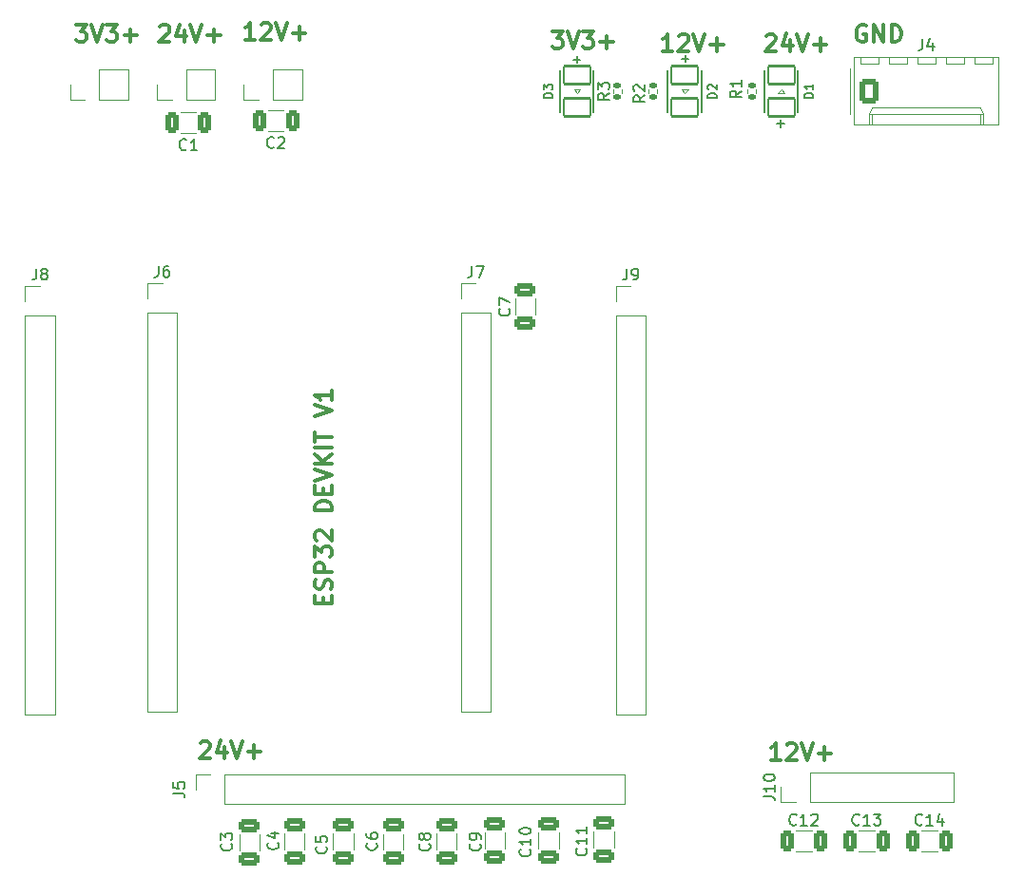
<source format=gbr>
%TF.GenerationSoftware,KiCad,Pcbnew,8.0.1*%
%TF.CreationDate,2025-04-29T19:59:47+01:00*%
%TF.ProjectId,Interpose,496e7465-7270-46f7-9365-2e6b69636164,V1*%
%TF.SameCoordinates,Original*%
%TF.FileFunction,Legend,Top*%
%TF.FilePolarity,Positive*%
%FSLAX46Y46*%
G04 Gerber Fmt 4.6, Leading zero omitted, Abs format (unit mm)*
G04 Created by KiCad (PCBNEW 8.0.1) date 2025-04-29 19:59:47*
%MOMM*%
%LPD*%
G01*
G04 APERTURE LIST*
G04 Aperture macros list*
%AMRoundRect*
0 Rectangle with rounded corners*
0 $1 Rounding radius*
0 $2 $3 $4 $5 $6 $7 $8 $9 X,Y pos of 4 corners*
0 Add a 4 corners polygon primitive as box body*
4,1,4,$2,$3,$4,$5,$6,$7,$8,$9,$2,$3,0*
0 Add four circle primitives for the rounded corners*
1,1,$1+$1,$2,$3*
1,1,$1+$1,$4,$5*
1,1,$1+$1,$6,$7*
1,1,$1+$1,$8,$9*
0 Add four rect primitives between the rounded corners*
20,1,$1+$1,$2,$3,$4,$5,0*
20,1,$1+$1,$4,$5,$6,$7,0*
20,1,$1+$1,$6,$7,$8,$9,0*
20,1,$1+$1,$8,$9,$2,$3,0*%
G04 Aperture macros list end*
%ADD10C,0.300000*%
%ADD11C,0.150000*%
%ADD12C,0.120000*%
%ADD13C,0.200000*%
%ADD14C,0.100000*%
%ADD15RoundRect,0.250000X-0.325000X-0.650000X0.325000X-0.650000X0.325000X0.650000X-0.325000X0.650000X0*%
%ADD16R,1.700000X1.700000*%
%ADD17O,1.700000X1.700000*%
%ADD18RoundRect,0.250000X-0.650000X0.325000X-0.650000X-0.325000X0.650000X-0.325000X0.650000X0.325000X0*%
%ADD19C,3.800000*%
%ADD20RoundRect,0.135000X-0.185000X0.135000X-0.185000X-0.135000X0.185000X-0.135000X0.185000X0.135000X0*%
%ADD21RoundRect,0.102000X1.200000X-0.800000X1.200000X0.800000X-1.200000X0.800000X-1.200000X-0.800000X0*%
%ADD22RoundRect,0.135000X0.185000X-0.135000X0.185000X0.135000X-0.185000X0.135000X-0.185000X-0.135000X0*%
%ADD23RoundRect,0.102000X-1.200000X0.800000X-1.200000X-0.800000X1.200000X-0.800000X1.200000X0.800000X0*%
%ADD24RoundRect,0.250000X-0.620000X-0.845000X0.620000X-0.845000X0.620000X0.845000X-0.620000X0.845000X0*%
%ADD25O,1.740000X2.190000*%
G04 APERTURE END LIST*
D10*
X86283082Y-119243685D02*
X86354510Y-119172257D01*
X86354510Y-119172257D02*
X86497368Y-119100828D01*
X86497368Y-119100828D02*
X86854510Y-119100828D01*
X86854510Y-119100828D02*
X86997368Y-119172257D01*
X86997368Y-119172257D02*
X87068796Y-119243685D01*
X87068796Y-119243685D02*
X87140225Y-119386542D01*
X87140225Y-119386542D02*
X87140225Y-119529400D01*
X87140225Y-119529400D02*
X87068796Y-119743685D01*
X87068796Y-119743685D02*
X86211653Y-120600828D01*
X86211653Y-120600828D02*
X87140225Y-120600828D01*
X88425939Y-119600828D02*
X88425939Y-120600828D01*
X88068796Y-119029400D02*
X87711653Y-120100828D01*
X87711653Y-120100828D02*
X88640224Y-120100828D01*
X88997367Y-119100828D02*
X89497367Y-120600828D01*
X89497367Y-120600828D02*
X89997367Y-119100828D01*
X90497366Y-120029400D02*
X91640224Y-120029400D01*
X91068795Y-120600828D02*
X91068795Y-119457971D01*
X128340225Y-57600828D02*
X127483082Y-57600828D01*
X127911653Y-57600828D02*
X127911653Y-56100828D01*
X127911653Y-56100828D02*
X127768796Y-56315114D01*
X127768796Y-56315114D02*
X127625939Y-56457971D01*
X127625939Y-56457971D02*
X127483082Y-56529400D01*
X128911653Y-56243685D02*
X128983081Y-56172257D01*
X128983081Y-56172257D02*
X129125939Y-56100828D01*
X129125939Y-56100828D02*
X129483081Y-56100828D01*
X129483081Y-56100828D02*
X129625939Y-56172257D01*
X129625939Y-56172257D02*
X129697367Y-56243685D01*
X129697367Y-56243685D02*
X129768796Y-56386542D01*
X129768796Y-56386542D02*
X129768796Y-56529400D01*
X129768796Y-56529400D02*
X129697367Y-56743685D01*
X129697367Y-56743685D02*
X128840224Y-57600828D01*
X128840224Y-57600828D02*
X129768796Y-57600828D01*
X130197367Y-56100828D02*
X130697367Y-57600828D01*
X130697367Y-57600828D02*
X131197367Y-56100828D01*
X131697366Y-57029400D02*
X132840224Y-57029400D01*
X132268795Y-57600828D02*
X132268795Y-56457971D01*
X75211653Y-55300828D02*
X76140225Y-55300828D01*
X76140225Y-55300828D02*
X75640225Y-55872257D01*
X75640225Y-55872257D02*
X75854510Y-55872257D01*
X75854510Y-55872257D02*
X75997368Y-55943685D01*
X75997368Y-55943685D02*
X76068796Y-56015114D01*
X76068796Y-56015114D02*
X76140225Y-56157971D01*
X76140225Y-56157971D02*
X76140225Y-56515114D01*
X76140225Y-56515114D02*
X76068796Y-56657971D01*
X76068796Y-56657971D02*
X75997368Y-56729400D01*
X75997368Y-56729400D02*
X75854510Y-56800828D01*
X75854510Y-56800828D02*
X75425939Y-56800828D01*
X75425939Y-56800828D02*
X75283082Y-56729400D01*
X75283082Y-56729400D02*
X75211653Y-56657971D01*
X76568796Y-55300828D02*
X77068796Y-56800828D01*
X77068796Y-56800828D02*
X77568796Y-55300828D01*
X77925938Y-55300828D02*
X78854510Y-55300828D01*
X78854510Y-55300828D02*
X78354510Y-55872257D01*
X78354510Y-55872257D02*
X78568795Y-55872257D01*
X78568795Y-55872257D02*
X78711653Y-55943685D01*
X78711653Y-55943685D02*
X78783081Y-56015114D01*
X78783081Y-56015114D02*
X78854510Y-56157971D01*
X78854510Y-56157971D02*
X78854510Y-56515114D01*
X78854510Y-56515114D02*
X78783081Y-56657971D01*
X78783081Y-56657971D02*
X78711653Y-56729400D01*
X78711653Y-56729400D02*
X78568795Y-56800828D01*
X78568795Y-56800828D02*
X78140224Y-56800828D01*
X78140224Y-56800828D02*
X77997367Y-56729400D01*
X77997367Y-56729400D02*
X77925938Y-56657971D01*
X79497366Y-56229400D02*
X80640224Y-56229400D01*
X80068795Y-56800828D02*
X80068795Y-55657971D01*
X82683082Y-55443685D02*
X82754510Y-55372257D01*
X82754510Y-55372257D02*
X82897368Y-55300828D01*
X82897368Y-55300828D02*
X83254510Y-55300828D01*
X83254510Y-55300828D02*
X83397368Y-55372257D01*
X83397368Y-55372257D02*
X83468796Y-55443685D01*
X83468796Y-55443685D02*
X83540225Y-55586542D01*
X83540225Y-55586542D02*
X83540225Y-55729400D01*
X83540225Y-55729400D02*
X83468796Y-55943685D01*
X83468796Y-55943685D02*
X82611653Y-56800828D01*
X82611653Y-56800828D02*
X83540225Y-56800828D01*
X84825939Y-55800828D02*
X84825939Y-56800828D01*
X84468796Y-55229400D02*
X84111653Y-56300828D01*
X84111653Y-56300828D02*
X85040224Y-56300828D01*
X85397367Y-55300828D02*
X85897367Y-56800828D01*
X85897367Y-56800828D02*
X86397367Y-55300828D01*
X86897366Y-56229400D02*
X88040224Y-56229400D01*
X87468795Y-56800828D02*
X87468795Y-55657971D01*
X136683082Y-56243685D02*
X136754510Y-56172257D01*
X136754510Y-56172257D02*
X136897368Y-56100828D01*
X136897368Y-56100828D02*
X137254510Y-56100828D01*
X137254510Y-56100828D02*
X137397368Y-56172257D01*
X137397368Y-56172257D02*
X137468796Y-56243685D01*
X137468796Y-56243685D02*
X137540225Y-56386542D01*
X137540225Y-56386542D02*
X137540225Y-56529400D01*
X137540225Y-56529400D02*
X137468796Y-56743685D01*
X137468796Y-56743685D02*
X136611653Y-57600828D01*
X136611653Y-57600828D02*
X137540225Y-57600828D01*
X138825939Y-56600828D02*
X138825939Y-57600828D01*
X138468796Y-56029400D02*
X138111653Y-57100828D01*
X138111653Y-57100828D02*
X139040224Y-57100828D01*
X139397367Y-56100828D02*
X139897367Y-57600828D01*
X139897367Y-57600828D02*
X140397367Y-56100828D01*
X140897366Y-57029400D02*
X142040224Y-57029400D01*
X141468795Y-57600828D02*
X141468795Y-56457971D01*
X91140225Y-56600828D02*
X90283082Y-56600828D01*
X90711653Y-56600828D02*
X90711653Y-55100828D01*
X90711653Y-55100828D02*
X90568796Y-55315114D01*
X90568796Y-55315114D02*
X90425939Y-55457971D01*
X90425939Y-55457971D02*
X90283082Y-55529400D01*
X91711653Y-55243685D02*
X91783081Y-55172257D01*
X91783081Y-55172257D02*
X91925939Y-55100828D01*
X91925939Y-55100828D02*
X92283081Y-55100828D01*
X92283081Y-55100828D02*
X92425939Y-55172257D01*
X92425939Y-55172257D02*
X92497367Y-55243685D01*
X92497367Y-55243685D02*
X92568796Y-55386542D01*
X92568796Y-55386542D02*
X92568796Y-55529400D01*
X92568796Y-55529400D02*
X92497367Y-55743685D01*
X92497367Y-55743685D02*
X91640224Y-56600828D01*
X91640224Y-56600828D02*
X92568796Y-56600828D01*
X92997367Y-55100828D02*
X93497367Y-56600828D01*
X93497367Y-56600828D02*
X93997367Y-55100828D01*
X94497366Y-56029400D02*
X95640224Y-56029400D01*
X95068795Y-56600828D02*
X95068795Y-55457971D01*
X145540225Y-55372257D02*
X145397368Y-55300828D01*
X145397368Y-55300828D02*
X145183082Y-55300828D01*
X145183082Y-55300828D02*
X144968796Y-55372257D01*
X144968796Y-55372257D02*
X144825939Y-55515114D01*
X144825939Y-55515114D02*
X144754510Y-55657971D01*
X144754510Y-55657971D02*
X144683082Y-55943685D01*
X144683082Y-55943685D02*
X144683082Y-56157971D01*
X144683082Y-56157971D02*
X144754510Y-56443685D01*
X144754510Y-56443685D02*
X144825939Y-56586542D01*
X144825939Y-56586542D02*
X144968796Y-56729400D01*
X144968796Y-56729400D02*
X145183082Y-56800828D01*
X145183082Y-56800828D02*
X145325939Y-56800828D01*
X145325939Y-56800828D02*
X145540225Y-56729400D01*
X145540225Y-56729400D02*
X145611653Y-56657971D01*
X145611653Y-56657971D02*
X145611653Y-56157971D01*
X145611653Y-56157971D02*
X145325939Y-56157971D01*
X146254510Y-56800828D02*
X146254510Y-55300828D01*
X146254510Y-55300828D02*
X147111653Y-56800828D01*
X147111653Y-56800828D02*
X147111653Y-55300828D01*
X147825939Y-56800828D02*
X147825939Y-55300828D01*
X147825939Y-55300828D02*
X148183082Y-55300828D01*
X148183082Y-55300828D02*
X148397368Y-55372257D01*
X148397368Y-55372257D02*
X148540225Y-55515114D01*
X148540225Y-55515114D02*
X148611654Y-55657971D01*
X148611654Y-55657971D02*
X148683082Y-55943685D01*
X148683082Y-55943685D02*
X148683082Y-56157971D01*
X148683082Y-56157971D02*
X148611654Y-56443685D01*
X148611654Y-56443685D02*
X148540225Y-56586542D01*
X148540225Y-56586542D02*
X148397368Y-56729400D01*
X148397368Y-56729400D02*
X148183082Y-56800828D01*
X148183082Y-56800828D02*
X147825939Y-56800828D01*
X137940225Y-120800828D02*
X137083082Y-120800828D01*
X137511653Y-120800828D02*
X137511653Y-119300828D01*
X137511653Y-119300828D02*
X137368796Y-119515114D01*
X137368796Y-119515114D02*
X137225939Y-119657971D01*
X137225939Y-119657971D02*
X137083082Y-119729400D01*
X138511653Y-119443685D02*
X138583081Y-119372257D01*
X138583081Y-119372257D02*
X138725939Y-119300828D01*
X138725939Y-119300828D02*
X139083081Y-119300828D01*
X139083081Y-119300828D02*
X139225939Y-119372257D01*
X139225939Y-119372257D02*
X139297367Y-119443685D01*
X139297367Y-119443685D02*
X139368796Y-119586542D01*
X139368796Y-119586542D02*
X139368796Y-119729400D01*
X139368796Y-119729400D02*
X139297367Y-119943685D01*
X139297367Y-119943685D02*
X138440224Y-120800828D01*
X138440224Y-120800828D02*
X139368796Y-120800828D01*
X139797367Y-119300828D02*
X140297367Y-120800828D01*
X140297367Y-120800828D02*
X140797367Y-119300828D01*
X141297366Y-120229400D02*
X142440224Y-120229400D01*
X141868795Y-120800828D02*
X141868795Y-119657971D01*
X117611653Y-55900828D02*
X118540225Y-55900828D01*
X118540225Y-55900828D02*
X118040225Y-56472257D01*
X118040225Y-56472257D02*
X118254510Y-56472257D01*
X118254510Y-56472257D02*
X118397368Y-56543685D01*
X118397368Y-56543685D02*
X118468796Y-56615114D01*
X118468796Y-56615114D02*
X118540225Y-56757971D01*
X118540225Y-56757971D02*
X118540225Y-57115114D01*
X118540225Y-57115114D02*
X118468796Y-57257971D01*
X118468796Y-57257971D02*
X118397368Y-57329400D01*
X118397368Y-57329400D02*
X118254510Y-57400828D01*
X118254510Y-57400828D02*
X117825939Y-57400828D01*
X117825939Y-57400828D02*
X117683082Y-57329400D01*
X117683082Y-57329400D02*
X117611653Y-57257971D01*
X118968796Y-55900828D02*
X119468796Y-57400828D01*
X119468796Y-57400828D02*
X119968796Y-55900828D01*
X120325938Y-55900828D02*
X121254510Y-55900828D01*
X121254510Y-55900828D02*
X120754510Y-56472257D01*
X120754510Y-56472257D02*
X120968795Y-56472257D01*
X120968795Y-56472257D02*
X121111653Y-56543685D01*
X121111653Y-56543685D02*
X121183081Y-56615114D01*
X121183081Y-56615114D02*
X121254510Y-56757971D01*
X121254510Y-56757971D02*
X121254510Y-57115114D01*
X121254510Y-57115114D02*
X121183081Y-57257971D01*
X121183081Y-57257971D02*
X121111653Y-57329400D01*
X121111653Y-57329400D02*
X120968795Y-57400828D01*
X120968795Y-57400828D02*
X120540224Y-57400828D01*
X120540224Y-57400828D02*
X120397367Y-57329400D01*
X120397367Y-57329400D02*
X120325938Y-57257971D01*
X121897366Y-56829400D02*
X123040224Y-56829400D01*
X122468795Y-57400828D02*
X122468795Y-56257971D01*
X97215114Y-106845489D02*
X97215114Y-106345489D01*
X98000828Y-106131203D02*
X98000828Y-106845489D01*
X98000828Y-106845489D02*
X96500828Y-106845489D01*
X96500828Y-106845489D02*
X96500828Y-106131203D01*
X97929400Y-105559774D02*
X98000828Y-105345489D01*
X98000828Y-105345489D02*
X98000828Y-104988346D01*
X98000828Y-104988346D02*
X97929400Y-104845489D01*
X97929400Y-104845489D02*
X97857971Y-104774060D01*
X97857971Y-104774060D02*
X97715114Y-104702631D01*
X97715114Y-104702631D02*
X97572257Y-104702631D01*
X97572257Y-104702631D02*
X97429400Y-104774060D01*
X97429400Y-104774060D02*
X97357971Y-104845489D01*
X97357971Y-104845489D02*
X97286542Y-104988346D01*
X97286542Y-104988346D02*
X97215114Y-105274060D01*
X97215114Y-105274060D02*
X97143685Y-105416917D01*
X97143685Y-105416917D02*
X97072257Y-105488346D01*
X97072257Y-105488346D02*
X96929400Y-105559774D01*
X96929400Y-105559774D02*
X96786542Y-105559774D01*
X96786542Y-105559774D02*
X96643685Y-105488346D01*
X96643685Y-105488346D02*
X96572257Y-105416917D01*
X96572257Y-105416917D02*
X96500828Y-105274060D01*
X96500828Y-105274060D02*
X96500828Y-104916917D01*
X96500828Y-104916917D02*
X96572257Y-104702631D01*
X98000828Y-104059775D02*
X96500828Y-104059775D01*
X96500828Y-104059775D02*
X96500828Y-103488346D01*
X96500828Y-103488346D02*
X96572257Y-103345489D01*
X96572257Y-103345489D02*
X96643685Y-103274060D01*
X96643685Y-103274060D02*
X96786542Y-103202632D01*
X96786542Y-103202632D02*
X97000828Y-103202632D01*
X97000828Y-103202632D02*
X97143685Y-103274060D01*
X97143685Y-103274060D02*
X97215114Y-103345489D01*
X97215114Y-103345489D02*
X97286542Y-103488346D01*
X97286542Y-103488346D02*
X97286542Y-104059775D01*
X96500828Y-102702632D02*
X96500828Y-101774060D01*
X96500828Y-101774060D02*
X97072257Y-102274060D01*
X97072257Y-102274060D02*
X97072257Y-102059775D01*
X97072257Y-102059775D02*
X97143685Y-101916918D01*
X97143685Y-101916918D02*
X97215114Y-101845489D01*
X97215114Y-101845489D02*
X97357971Y-101774060D01*
X97357971Y-101774060D02*
X97715114Y-101774060D01*
X97715114Y-101774060D02*
X97857971Y-101845489D01*
X97857971Y-101845489D02*
X97929400Y-101916918D01*
X97929400Y-101916918D02*
X98000828Y-102059775D01*
X98000828Y-102059775D02*
X98000828Y-102488346D01*
X98000828Y-102488346D02*
X97929400Y-102631203D01*
X97929400Y-102631203D02*
X97857971Y-102702632D01*
X96643685Y-101202632D02*
X96572257Y-101131204D01*
X96572257Y-101131204D02*
X96500828Y-100988347D01*
X96500828Y-100988347D02*
X96500828Y-100631204D01*
X96500828Y-100631204D02*
X96572257Y-100488347D01*
X96572257Y-100488347D02*
X96643685Y-100416918D01*
X96643685Y-100416918D02*
X96786542Y-100345489D01*
X96786542Y-100345489D02*
X96929400Y-100345489D01*
X96929400Y-100345489D02*
X97143685Y-100416918D01*
X97143685Y-100416918D02*
X98000828Y-101274061D01*
X98000828Y-101274061D02*
X98000828Y-100345489D01*
X98000828Y-98559776D02*
X96500828Y-98559776D01*
X96500828Y-98559776D02*
X96500828Y-98202633D01*
X96500828Y-98202633D02*
X96572257Y-97988347D01*
X96572257Y-97988347D02*
X96715114Y-97845490D01*
X96715114Y-97845490D02*
X96857971Y-97774061D01*
X96857971Y-97774061D02*
X97143685Y-97702633D01*
X97143685Y-97702633D02*
X97357971Y-97702633D01*
X97357971Y-97702633D02*
X97643685Y-97774061D01*
X97643685Y-97774061D02*
X97786542Y-97845490D01*
X97786542Y-97845490D02*
X97929400Y-97988347D01*
X97929400Y-97988347D02*
X98000828Y-98202633D01*
X98000828Y-98202633D02*
X98000828Y-98559776D01*
X97215114Y-97059776D02*
X97215114Y-96559776D01*
X98000828Y-96345490D02*
X98000828Y-97059776D01*
X98000828Y-97059776D02*
X96500828Y-97059776D01*
X96500828Y-97059776D02*
X96500828Y-96345490D01*
X96500828Y-95916918D02*
X98000828Y-95416918D01*
X98000828Y-95416918D02*
X96500828Y-94916918D01*
X98000828Y-94416919D02*
X96500828Y-94416919D01*
X98000828Y-93559776D02*
X97143685Y-94202633D01*
X96500828Y-93559776D02*
X97357971Y-94416919D01*
X98000828Y-92916919D02*
X96500828Y-92916919D01*
X96500828Y-92416918D02*
X96500828Y-91559776D01*
X98000828Y-91988347D02*
X96500828Y-91988347D01*
X96500828Y-90131204D02*
X98000828Y-89631204D01*
X98000828Y-89631204D02*
X96500828Y-89131204D01*
X98000828Y-87845490D02*
X98000828Y-88702633D01*
X98000828Y-88274062D02*
X96500828Y-88274062D01*
X96500828Y-88274062D02*
X96715114Y-88416919D01*
X96715114Y-88416919D02*
X96857971Y-88559776D01*
X96857971Y-88559776D02*
X96929400Y-88702633D01*
D11*
X92833333Y-66159580D02*
X92785714Y-66207200D01*
X92785714Y-66207200D02*
X92642857Y-66254819D01*
X92642857Y-66254819D02*
X92547619Y-66254819D01*
X92547619Y-66254819D02*
X92404762Y-66207200D01*
X92404762Y-66207200D02*
X92309524Y-66111961D01*
X92309524Y-66111961D02*
X92261905Y-66016723D01*
X92261905Y-66016723D02*
X92214286Y-65826247D01*
X92214286Y-65826247D02*
X92214286Y-65683390D01*
X92214286Y-65683390D02*
X92261905Y-65492914D01*
X92261905Y-65492914D02*
X92309524Y-65397676D01*
X92309524Y-65397676D02*
X92404762Y-65302438D01*
X92404762Y-65302438D02*
X92547619Y-65254819D01*
X92547619Y-65254819D02*
X92642857Y-65254819D01*
X92642857Y-65254819D02*
X92785714Y-65302438D01*
X92785714Y-65302438D02*
X92833333Y-65350057D01*
X93214286Y-65350057D02*
X93261905Y-65302438D01*
X93261905Y-65302438D02*
X93357143Y-65254819D01*
X93357143Y-65254819D02*
X93595238Y-65254819D01*
X93595238Y-65254819D02*
X93690476Y-65302438D01*
X93690476Y-65302438D02*
X93738095Y-65350057D01*
X93738095Y-65350057D02*
X93785714Y-65445295D01*
X93785714Y-65445295D02*
X93785714Y-65540533D01*
X93785714Y-65540533D02*
X93738095Y-65683390D01*
X93738095Y-65683390D02*
X93166667Y-66254819D01*
X93166667Y-66254819D02*
X93785714Y-66254819D01*
X71666666Y-76999819D02*
X71666666Y-77714104D01*
X71666666Y-77714104D02*
X71619047Y-77856961D01*
X71619047Y-77856961D02*
X71523809Y-77952200D01*
X71523809Y-77952200D02*
X71380952Y-77999819D01*
X71380952Y-77999819D02*
X71285714Y-77999819D01*
X72285714Y-77428390D02*
X72190476Y-77380771D01*
X72190476Y-77380771D02*
X72142857Y-77333152D01*
X72142857Y-77333152D02*
X72095238Y-77237914D01*
X72095238Y-77237914D02*
X72095238Y-77190295D01*
X72095238Y-77190295D02*
X72142857Y-77095057D01*
X72142857Y-77095057D02*
X72190476Y-77047438D01*
X72190476Y-77047438D02*
X72285714Y-76999819D01*
X72285714Y-76999819D02*
X72476190Y-76999819D01*
X72476190Y-76999819D02*
X72571428Y-77047438D01*
X72571428Y-77047438D02*
X72619047Y-77095057D01*
X72619047Y-77095057D02*
X72666666Y-77190295D01*
X72666666Y-77190295D02*
X72666666Y-77237914D01*
X72666666Y-77237914D02*
X72619047Y-77333152D01*
X72619047Y-77333152D02*
X72571428Y-77380771D01*
X72571428Y-77380771D02*
X72476190Y-77428390D01*
X72476190Y-77428390D02*
X72285714Y-77428390D01*
X72285714Y-77428390D02*
X72190476Y-77476009D01*
X72190476Y-77476009D02*
X72142857Y-77523628D01*
X72142857Y-77523628D02*
X72095238Y-77618866D01*
X72095238Y-77618866D02*
X72095238Y-77809342D01*
X72095238Y-77809342D02*
X72142857Y-77904580D01*
X72142857Y-77904580D02*
X72190476Y-77952200D01*
X72190476Y-77952200D02*
X72285714Y-77999819D01*
X72285714Y-77999819D02*
X72476190Y-77999819D01*
X72476190Y-77999819D02*
X72571428Y-77952200D01*
X72571428Y-77952200D02*
X72619047Y-77904580D01*
X72619047Y-77904580D02*
X72666666Y-77809342D01*
X72666666Y-77809342D02*
X72666666Y-77618866D01*
X72666666Y-77618866D02*
X72619047Y-77523628D01*
X72619047Y-77523628D02*
X72571428Y-77476009D01*
X72571428Y-77476009D02*
X72476190Y-77428390D01*
X93159580Y-128141666D02*
X93207200Y-128189285D01*
X93207200Y-128189285D02*
X93254819Y-128332142D01*
X93254819Y-128332142D02*
X93254819Y-128427380D01*
X93254819Y-128427380D02*
X93207200Y-128570237D01*
X93207200Y-128570237D02*
X93111961Y-128665475D01*
X93111961Y-128665475D02*
X93016723Y-128713094D01*
X93016723Y-128713094D02*
X92826247Y-128760713D01*
X92826247Y-128760713D02*
X92683390Y-128760713D01*
X92683390Y-128760713D02*
X92492914Y-128713094D01*
X92492914Y-128713094D02*
X92397676Y-128665475D01*
X92397676Y-128665475D02*
X92302438Y-128570237D01*
X92302438Y-128570237D02*
X92254819Y-128427380D01*
X92254819Y-128427380D02*
X92254819Y-128332142D01*
X92254819Y-128332142D02*
X92302438Y-128189285D01*
X92302438Y-128189285D02*
X92350057Y-128141666D01*
X92588152Y-127284523D02*
X93254819Y-127284523D01*
X92207200Y-127522618D02*
X92921485Y-127760713D01*
X92921485Y-127760713D02*
X92921485Y-127141666D01*
X125854819Y-61566666D02*
X125378628Y-61899999D01*
X125854819Y-62138094D02*
X124854819Y-62138094D01*
X124854819Y-62138094D02*
X124854819Y-61757142D01*
X124854819Y-61757142D02*
X124902438Y-61661904D01*
X124902438Y-61661904D02*
X124950057Y-61614285D01*
X124950057Y-61614285D02*
X125045295Y-61566666D01*
X125045295Y-61566666D02*
X125188152Y-61566666D01*
X125188152Y-61566666D02*
X125283390Y-61614285D01*
X125283390Y-61614285D02*
X125331009Y-61661904D01*
X125331009Y-61661904D02*
X125378628Y-61757142D01*
X125378628Y-61757142D02*
X125378628Y-62138094D01*
X124950057Y-61185713D02*
X124902438Y-61138094D01*
X124902438Y-61138094D02*
X124854819Y-61042856D01*
X124854819Y-61042856D02*
X124854819Y-60804761D01*
X124854819Y-60804761D02*
X124902438Y-60709523D01*
X124902438Y-60709523D02*
X124950057Y-60661904D01*
X124950057Y-60661904D02*
X125045295Y-60614285D01*
X125045295Y-60614285D02*
X125140533Y-60614285D01*
X125140533Y-60614285D02*
X125283390Y-60661904D01*
X125283390Y-60661904D02*
X125854819Y-61233332D01*
X125854819Y-61233332D02*
X125854819Y-60614285D01*
X111159580Y-128266666D02*
X111207200Y-128314285D01*
X111207200Y-128314285D02*
X111254819Y-128457142D01*
X111254819Y-128457142D02*
X111254819Y-128552380D01*
X111254819Y-128552380D02*
X111207200Y-128695237D01*
X111207200Y-128695237D02*
X111111961Y-128790475D01*
X111111961Y-128790475D02*
X111016723Y-128838094D01*
X111016723Y-128838094D02*
X110826247Y-128885713D01*
X110826247Y-128885713D02*
X110683390Y-128885713D01*
X110683390Y-128885713D02*
X110492914Y-128838094D01*
X110492914Y-128838094D02*
X110397676Y-128790475D01*
X110397676Y-128790475D02*
X110302438Y-128695237D01*
X110302438Y-128695237D02*
X110254819Y-128552380D01*
X110254819Y-128552380D02*
X110254819Y-128457142D01*
X110254819Y-128457142D02*
X110302438Y-128314285D01*
X110302438Y-128314285D02*
X110350057Y-128266666D01*
X111254819Y-127790475D02*
X111254819Y-127599999D01*
X111254819Y-127599999D02*
X111207200Y-127504761D01*
X111207200Y-127504761D02*
X111159580Y-127457142D01*
X111159580Y-127457142D02*
X111016723Y-127361904D01*
X111016723Y-127361904D02*
X110826247Y-127314285D01*
X110826247Y-127314285D02*
X110445295Y-127314285D01*
X110445295Y-127314285D02*
X110350057Y-127361904D01*
X110350057Y-127361904D02*
X110302438Y-127409523D01*
X110302438Y-127409523D02*
X110254819Y-127504761D01*
X110254819Y-127504761D02*
X110254819Y-127695237D01*
X110254819Y-127695237D02*
X110302438Y-127790475D01*
X110302438Y-127790475D02*
X110350057Y-127838094D01*
X110350057Y-127838094D02*
X110445295Y-127885713D01*
X110445295Y-127885713D02*
X110683390Y-127885713D01*
X110683390Y-127885713D02*
X110778628Y-127838094D01*
X110778628Y-127838094D02*
X110826247Y-127790475D01*
X110826247Y-127790475D02*
X110873866Y-127695237D01*
X110873866Y-127695237D02*
X110873866Y-127504761D01*
X110873866Y-127504761D02*
X110826247Y-127409523D01*
X110826247Y-127409523D02*
X110778628Y-127361904D01*
X110778628Y-127361904D02*
X110683390Y-127314285D01*
X134454819Y-61166666D02*
X133978628Y-61499999D01*
X134454819Y-61738094D02*
X133454819Y-61738094D01*
X133454819Y-61738094D02*
X133454819Y-61357142D01*
X133454819Y-61357142D02*
X133502438Y-61261904D01*
X133502438Y-61261904D02*
X133550057Y-61214285D01*
X133550057Y-61214285D02*
X133645295Y-61166666D01*
X133645295Y-61166666D02*
X133788152Y-61166666D01*
X133788152Y-61166666D02*
X133883390Y-61214285D01*
X133883390Y-61214285D02*
X133931009Y-61261904D01*
X133931009Y-61261904D02*
X133978628Y-61357142D01*
X133978628Y-61357142D02*
X133978628Y-61738094D01*
X134454819Y-60214285D02*
X134454819Y-60785713D01*
X134454819Y-60499999D02*
X133454819Y-60499999D01*
X133454819Y-60499999D02*
X133597676Y-60595237D01*
X133597676Y-60595237D02*
X133692914Y-60690475D01*
X133692914Y-60690475D02*
X133740533Y-60785713D01*
X101959580Y-128191666D02*
X102007200Y-128239285D01*
X102007200Y-128239285D02*
X102054819Y-128382142D01*
X102054819Y-128382142D02*
X102054819Y-128477380D01*
X102054819Y-128477380D02*
X102007200Y-128620237D01*
X102007200Y-128620237D02*
X101911961Y-128715475D01*
X101911961Y-128715475D02*
X101816723Y-128763094D01*
X101816723Y-128763094D02*
X101626247Y-128810713D01*
X101626247Y-128810713D02*
X101483390Y-128810713D01*
X101483390Y-128810713D02*
X101292914Y-128763094D01*
X101292914Y-128763094D02*
X101197676Y-128715475D01*
X101197676Y-128715475D02*
X101102438Y-128620237D01*
X101102438Y-128620237D02*
X101054819Y-128477380D01*
X101054819Y-128477380D02*
X101054819Y-128382142D01*
X101054819Y-128382142D02*
X101102438Y-128239285D01*
X101102438Y-128239285D02*
X101150057Y-128191666D01*
X101054819Y-127334523D02*
X101054819Y-127524999D01*
X101054819Y-127524999D02*
X101102438Y-127620237D01*
X101102438Y-127620237D02*
X101150057Y-127667856D01*
X101150057Y-127667856D02*
X101292914Y-127763094D01*
X101292914Y-127763094D02*
X101483390Y-127810713D01*
X101483390Y-127810713D02*
X101864342Y-127810713D01*
X101864342Y-127810713D02*
X101959580Y-127763094D01*
X101959580Y-127763094D02*
X102007200Y-127715475D01*
X102007200Y-127715475D02*
X102054819Y-127620237D01*
X102054819Y-127620237D02*
X102054819Y-127429761D01*
X102054819Y-127429761D02*
X102007200Y-127334523D01*
X102007200Y-127334523D02*
X101959580Y-127286904D01*
X101959580Y-127286904D02*
X101864342Y-127239285D01*
X101864342Y-127239285D02*
X101626247Y-127239285D01*
X101626247Y-127239285D02*
X101531009Y-127286904D01*
X101531009Y-127286904D02*
X101483390Y-127334523D01*
X101483390Y-127334523D02*
X101435771Y-127429761D01*
X101435771Y-127429761D02*
X101435771Y-127620237D01*
X101435771Y-127620237D02*
X101483390Y-127715475D01*
X101483390Y-127715475D02*
X101531009Y-127763094D01*
X101531009Y-127763094D02*
X101626247Y-127810713D01*
X106659580Y-128266666D02*
X106707200Y-128314285D01*
X106707200Y-128314285D02*
X106754819Y-128457142D01*
X106754819Y-128457142D02*
X106754819Y-128552380D01*
X106754819Y-128552380D02*
X106707200Y-128695237D01*
X106707200Y-128695237D02*
X106611961Y-128790475D01*
X106611961Y-128790475D02*
X106516723Y-128838094D01*
X106516723Y-128838094D02*
X106326247Y-128885713D01*
X106326247Y-128885713D02*
X106183390Y-128885713D01*
X106183390Y-128885713D02*
X105992914Y-128838094D01*
X105992914Y-128838094D02*
X105897676Y-128790475D01*
X105897676Y-128790475D02*
X105802438Y-128695237D01*
X105802438Y-128695237D02*
X105754819Y-128552380D01*
X105754819Y-128552380D02*
X105754819Y-128457142D01*
X105754819Y-128457142D02*
X105802438Y-128314285D01*
X105802438Y-128314285D02*
X105850057Y-128266666D01*
X106183390Y-127695237D02*
X106135771Y-127790475D01*
X106135771Y-127790475D02*
X106088152Y-127838094D01*
X106088152Y-127838094D02*
X105992914Y-127885713D01*
X105992914Y-127885713D02*
X105945295Y-127885713D01*
X105945295Y-127885713D02*
X105850057Y-127838094D01*
X105850057Y-127838094D02*
X105802438Y-127790475D01*
X105802438Y-127790475D02*
X105754819Y-127695237D01*
X105754819Y-127695237D02*
X105754819Y-127504761D01*
X105754819Y-127504761D02*
X105802438Y-127409523D01*
X105802438Y-127409523D02*
X105850057Y-127361904D01*
X105850057Y-127361904D02*
X105945295Y-127314285D01*
X105945295Y-127314285D02*
X105992914Y-127314285D01*
X105992914Y-127314285D02*
X106088152Y-127361904D01*
X106088152Y-127361904D02*
X106135771Y-127409523D01*
X106135771Y-127409523D02*
X106183390Y-127504761D01*
X106183390Y-127504761D02*
X106183390Y-127695237D01*
X106183390Y-127695237D02*
X106231009Y-127790475D01*
X106231009Y-127790475D02*
X106278628Y-127838094D01*
X106278628Y-127838094D02*
X106373866Y-127885713D01*
X106373866Y-127885713D02*
X106564342Y-127885713D01*
X106564342Y-127885713D02*
X106659580Y-127838094D01*
X106659580Y-127838094D02*
X106707200Y-127790475D01*
X106707200Y-127790475D02*
X106754819Y-127695237D01*
X106754819Y-127695237D02*
X106754819Y-127504761D01*
X106754819Y-127504761D02*
X106707200Y-127409523D01*
X106707200Y-127409523D02*
X106659580Y-127361904D01*
X106659580Y-127361904D02*
X106564342Y-127314285D01*
X106564342Y-127314285D02*
X106373866Y-127314285D01*
X106373866Y-127314285D02*
X106278628Y-127361904D01*
X106278628Y-127361904D02*
X106231009Y-127409523D01*
X106231009Y-127409523D02*
X106183390Y-127504761D01*
X132262295Y-61790475D02*
X131462295Y-61790475D01*
X131462295Y-61790475D02*
X131462295Y-61599999D01*
X131462295Y-61599999D02*
X131500390Y-61485713D01*
X131500390Y-61485713D02*
X131576580Y-61409523D01*
X131576580Y-61409523D02*
X131652771Y-61371428D01*
X131652771Y-61371428D02*
X131805152Y-61333332D01*
X131805152Y-61333332D02*
X131919438Y-61333332D01*
X131919438Y-61333332D02*
X132071819Y-61371428D01*
X132071819Y-61371428D02*
X132148009Y-61409523D01*
X132148009Y-61409523D02*
X132224200Y-61485713D01*
X132224200Y-61485713D02*
X132262295Y-61599999D01*
X132262295Y-61599999D02*
X132262295Y-61790475D01*
X131538485Y-61028571D02*
X131500390Y-60990475D01*
X131500390Y-60990475D02*
X131462295Y-60914285D01*
X131462295Y-60914285D02*
X131462295Y-60723809D01*
X131462295Y-60723809D02*
X131500390Y-60647618D01*
X131500390Y-60647618D02*
X131538485Y-60609523D01*
X131538485Y-60609523D02*
X131614676Y-60571428D01*
X131614676Y-60571428D02*
X131690866Y-60571428D01*
X131690866Y-60571428D02*
X131805152Y-60609523D01*
X131805152Y-60609523D02*
X132262295Y-61066666D01*
X132262295Y-61066666D02*
X132262295Y-60571428D01*
X129457533Y-58604761D02*
X129457533Y-57995238D01*
X129762295Y-58299999D02*
X129152771Y-58299999D01*
X120609580Y-128667857D02*
X120657200Y-128715476D01*
X120657200Y-128715476D02*
X120704819Y-128858333D01*
X120704819Y-128858333D02*
X120704819Y-128953571D01*
X120704819Y-128953571D02*
X120657200Y-129096428D01*
X120657200Y-129096428D02*
X120561961Y-129191666D01*
X120561961Y-129191666D02*
X120466723Y-129239285D01*
X120466723Y-129239285D02*
X120276247Y-129286904D01*
X120276247Y-129286904D02*
X120133390Y-129286904D01*
X120133390Y-129286904D02*
X119942914Y-129239285D01*
X119942914Y-129239285D02*
X119847676Y-129191666D01*
X119847676Y-129191666D02*
X119752438Y-129096428D01*
X119752438Y-129096428D02*
X119704819Y-128953571D01*
X119704819Y-128953571D02*
X119704819Y-128858333D01*
X119704819Y-128858333D02*
X119752438Y-128715476D01*
X119752438Y-128715476D02*
X119800057Y-128667857D01*
X120704819Y-127715476D02*
X120704819Y-128286904D01*
X120704819Y-128001190D02*
X119704819Y-128001190D01*
X119704819Y-128001190D02*
X119847676Y-128096428D01*
X119847676Y-128096428D02*
X119942914Y-128191666D01*
X119942914Y-128191666D02*
X119990533Y-128286904D01*
X120704819Y-126763095D02*
X120704819Y-127334523D01*
X120704819Y-127048809D02*
X119704819Y-127048809D01*
X119704819Y-127048809D02*
X119847676Y-127144047D01*
X119847676Y-127144047D02*
X119942914Y-127239285D01*
X119942914Y-127239285D02*
X119990533Y-127334523D01*
X139357142Y-126509580D02*
X139309523Y-126557200D01*
X139309523Y-126557200D02*
X139166666Y-126604819D01*
X139166666Y-126604819D02*
X139071428Y-126604819D01*
X139071428Y-126604819D02*
X138928571Y-126557200D01*
X138928571Y-126557200D02*
X138833333Y-126461961D01*
X138833333Y-126461961D02*
X138785714Y-126366723D01*
X138785714Y-126366723D02*
X138738095Y-126176247D01*
X138738095Y-126176247D02*
X138738095Y-126033390D01*
X138738095Y-126033390D02*
X138785714Y-125842914D01*
X138785714Y-125842914D02*
X138833333Y-125747676D01*
X138833333Y-125747676D02*
X138928571Y-125652438D01*
X138928571Y-125652438D02*
X139071428Y-125604819D01*
X139071428Y-125604819D02*
X139166666Y-125604819D01*
X139166666Y-125604819D02*
X139309523Y-125652438D01*
X139309523Y-125652438D02*
X139357142Y-125700057D01*
X140309523Y-126604819D02*
X139738095Y-126604819D01*
X140023809Y-126604819D02*
X140023809Y-125604819D01*
X140023809Y-125604819D02*
X139928571Y-125747676D01*
X139928571Y-125747676D02*
X139833333Y-125842914D01*
X139833333Y-125842914D02*
X139738095Y-125890533D01*
X140690476Y-125700057D02*
X140738095Y-125652438D01*
X140738095Y-125652438D02*
X140833333Y-125604819D01*
X140833333Y-125604819D02*
X141071428Y-125604819D01*
X141071428Y-125604819D02*
X141166666Y-125652438D01*
X141166666Y-125652438D02*
X141214285Y-125700057D01*
X141214285Y-125700057D02*
X141261904Y-125795295D01*
X141261904Y-125795295D02*
X141261904Y-125890533D01*
X141261904Y-125890533D02*
X141214285Y-126033390D01*
X141214285Y-126033390D02*
X140642857Y-126604819D01*
X140642857Y-126604819D02*
X141261904Y-126604819D01*
X117654295Y-61790475D02*
X116854295Y-61790475D01*
X116854295Y-61790475D02*
X116854295Y-61599999D01*
X116854295Y-61599999D02*
X116892390Y-61485713D01*
X116892390Y-61485713D02*
X116968580Y-61409523D01*
X116968580Y-61409523D02*
X117044771Y-61371428D01*
X117044771Y-61371428D02*
X117197152Y-61333332D01*
X117197152Y-61333332D02*
X117311438Y-61333332D01*
X117311438Y-61333332D02*
X117463819Y-61371428D01*
X117463819Y-61371428D02*
X117540009Y-61409523D01*
X117540009Y-61409523D02*
X117616200Y-61485713D01*
X117616200Y-61485713D02*
X117654295Y-61599999D01*
X117654295Y-61599999D02*
X117654295Y-61790475D01*
X116854295Y-61066666D02*
X116854295Y-60571428D01*
X116854295Y-60571428D02*
X117159057Y-60838094D01*
X117159057Y-60838094D02*
X117159057Y-60723809D01*
X117159057Y-60723809D02*
X117197152Y-60647618D01*
X117197152Y-60647618D02*
X117235247Y-60609523D01*
X117235247Y-60609523D02*
X117311438Y-60571428D01*
X117311438Y-60571428D02*
X117501914Y-60571428D01*
X117501914Y-60571428D02*
X117578104Y-60609523D01*
X117578104Y-60609523D02*
X117616200Y-60647618D01*
X117616200Y-60647618D02*
X117654295Y-60723809D01*
X117654295Y-60723809D02*
X117654295Y-60952380D01*
X117654295Y-60952380D02*
X117616200Y-61028571D01*
X117616200Y-61028571D02*
X117578104Y-61066666D01*
X119807533Y-58679761D02*
X119807533Y-58070238D01*
X120112295Y-58374999D02*
X119502771Y-58374999D01*
X113759580Y-80566666D02*
X113807200Y-80614285D01*
X113807200Y-80614285D02*
X113854819Y-80757142D01*
X113854819Y-80757142D02*
X113854819Y-80852380D01*
X113854819Y-80852380D02*
X113807200Y-80995237D01*
X113807200Y-80995237D02*
X113711961Y-81090475D01*
X113711961Y-81090475D02*
X113616723Y-81138094D01*
X113616723Y-81138094D02*
X113426247Y-81185713D01*
X113426247Y-81185713D02*
X113283390Y-81185713D01*
X113283390Y-81185713D02*
X113092914Y-81138094D01*
X113092914Y-81138094D02*
X112997676Y-81090475D01*
X112997676Y-81090475D02*
X112902438Y-80995237D01*
X112902438Y-80995237D02*
X112854819Y-80852380D01*
X112854819Y-80852380D02*
X112854819Y-80757142D01*
X112854819Y-80757142D02*
X112902438Y-80614285D01*
X112902438Y-80614285D02*
X112950057Y-80566666D01*
X112854819Y-80233332D02*
X112854819Y-79566666D01*
X112854819Y-79566666D02*
X113854819Y-79995237D01*
X150557142Y-126509580D02*
X150509523Y-126557200D01*
X150509523Y-126557200D02*
X150366666Y-126604819D01*
X150366666Y-126604819D02*
X150271428Y-126604819D01*
X150271428Y-126604819D02*
X150128571Y-126557200D01*
X150128571Y-126557200D02*
X150033333Y-126461961D01*
X150033333Y-126461961D02*
X149985714Y-126366723D01*
X149985714Y-126366723D02*
X149938095Y-126176247D01*
X149938095Y-126176247D02*
X149938095Y-126033390D01*
X149938095Y-126033390D02*
X149985714Y-125842914D01*
X149985714Y-125842914D02*
X150033333Y-125747676D01*
X150033333Y-125747676D02*
X150128571Y-125652438D01*
X150128571Y-125652438D02*
X150271428Y-125604819D01*
X150271428Y-125604819D02*
X150366666Y-125604819D01*
X150366666Y-125604819D02*
X150509523Y-125652438D01*
X150509523Y-125652438D02*
X150557142Y-125700057D01*
X151509523Y-126604819D02*
X150938095Y-126604819D01*
X151223809Y-126604819D02*
X151223809Y-125604819D01*
X151223809Y-125604819D02*
X151128571Y-125747676D01*
X151128571Y-125747676D02*
X151033333Y-125842914D01*
X151033333Y-125842914D02*
X150938095Y-125890533D01*
X152366666Y-125938152D02*
X152366666Y-126604819D01*
X152128571Y-125557200D02*
X151890476Y-126271485D01*
X151890476Y-126271485D02*
X152509523Y-126271485D01*
X110466666Y-76749819D02*
X110466666Y-77464104D01*
X110466666Y-77464104D02*
X110419047Y-77606961D01*
X110419047Y-77606961D02*
X110323809Y-77702200D01*
X110323809Y-77702200D02*
X110180952Y-77749819D01*
X110180952Y-77749819D02*
X110085714Y-77749819D01*
X110847619Y-76749819D02*
X111514285Y-76749819D01*
X111514285Y-76749819D02*
X111085714Y-77749819D01*
X122684819Y-61366666D02*
X122208628Y-61699999D01*
X122684819Y-61938094D02*
X121684819Y-61938094D01*
X121684819Y-61938094D02*
X121684819Y-61557142D01*
X121684819Y-61557142D02*
X121732438Y-61461904D01*
X121732438Y-61461904D02*
X121780057Y-61414285D01*
X121780057Y-61414285D02*
X121875295Y-61366666D01*
X121875295Y-61366666D02*
X122018152Y-61366666D01*
X122018152Y-61366666D02*
X122113390Y-61414285D01*
X122113390Y-61414285D02*
X122161009Y-61461904D01*
X122161009Y-61461904D02*
X122208628Y-61557142D01*
X122208628Y-61557142D02*
X122208628Y-61938094D01*
X121684819Y-61033332D02*
X121684819Y-60414285D01*
X121684819Y-60414285D02*
X122065771Y-60747618D01*
X122065771Y-60747618D02*
X122065771Y-60604761D01*
X122065771Y-60604761D02*
X122113390Y-60509523D01*
X122113390Y-60509523D02*
X122161009Y-60461904D01*
X122161009Y-60461904D02*
X122256247Y-60414285D01*
X122256247Y-60414285D02*
X122494342Y-60414285D01*
X122494342Y-60414285D02*
X122589580Y-60461904D01*
X122589580Y-60461904D02*
X122637200Y-60509523D01*
X122637200Y-60509523D02*
X122684819Y-60604761D01*
X122684819Y-60604761D02*
X122684819Y-60890475D01*
X122684819Y-60890475D02*
X122637200Y-60985713D01*
X122637200Y-60985713D02*
X122589580Y-61033332D01*
X136424819Y-124013523D02*
X137139104Y-124013523D01*
X137139104Y-124013523D02*
X137281961Y-124061142D01*
X137281961Y-124061142D02*
X137377200Y-124156380D01*
X137377200Y-124156380D02*
X137424819Y-124299237D01*
X137424819Y-124299237D02*
X137424819Y-124394475D01*
X137424819Y-123013523D02*
X137424819Y-123584951D01*
X137424819Y-123299237D02*
X136424819Y-123299237D01*
X136424819Y-123299237D02*
X136567676Y-123394475D01*
X136567676Y-123394475D02*
X136662914Y-123489713D01*
X136662914Y-123489713D02*
X136710533Y-123584951D01*
X136424819Y-122394475D02*
X136424819Y-122299237D01*
X136424819Y-122299237D02*
X136472438Y-122203999D01*
X136472438Y-122203999D02*
X136520057Y-122156380D01*
X136520057Y-122156380D02*
X136615295Y-122108761D01*
X136615295Y-122108761D02*
X136805771Y-122061142D01*
X136805771Y-122061142D02*
X137043866Y-122061142D01*
X137043866Y-122061142D02*
X137234342Y-122108761D01*
X137234342Y-122108761D02*
X137329580Y-122156380D01*
X137329580Y-122156380D02*
X137377200Y-122203999D01*
X137377200Y-122203999D02*
X137424819Y-122299237D01*
X137424819Y-122299237D02*
X137424819Y-122394475D01*
X137424819Y-122394475D02*
X137377200Y-122489713D01*
X137377200Y-122489713D02*
X137329580Y-122537332D01*
X137329580Y-122537332D02*
X137234342Y-122584951D01*
X137234342Y-122584951D02*
X137043866Y-122632570D01*
X137043866Y-122632570D02*
X136805771Y-122632570D01*
X136805771Y-122632570D02*
X136615295Y-122584951D01*
X136615295Y-122584951D02*
X136520057Y-122537332D01*
X136520057Y-122537332D02*
X136472438Y-122489713D01*
X136472438Y-122489713D02*
X136424819Y-122394475D01*
X82546666Y-76749819D02*
X82546666Y-77464104D01*
X82546666Y-77464104D02*
X82499047Y-77606961D01*
X82499047Y-77606961D02*
X82403809Y-77702200D01*
X82403809Y-77702200D02*
X82260952Y-77749819D01*
X82260952Y-77749819D02*
X82165714Y-77749819D01*
X83451428Y-76749819D02*
X83260952Y-76749819D01*
X83260952Y-76749819D02*
X83165714Y-76797438D01*
X83165714Y-76797438D02*
X83118095Y-76845057D01*
X83118095Y-76845057D02*
X83022857Y-76987914D01*
X83022857Y-76987914D02*
X82975238Y-77178390D01*
X82975238Y-77178390D02*
X82975238Y-77559342D01*
X82975238Y-77559342D02*
X83022857Y-77654580D01*
X83022857Y-77654580D02*
X83070476Y-77702200D01*
X83070476Y-77702200D02*
X83165714Y-77749819D01*
X83165714Y-77749819D02*
X83356190Y-77749819D01*
X83356190Y-77749819D02*
X83451428Y-77702200D01*
X83451428Y-77702200D02*
X83499047Y-77654580D01*
X83499047Y-77654580D02*
X83546666Y-77559342D01*
X83546666Y-77559342D02*
X83546666Y-77321247D01*
X83546666Y-77321247D02*
X83499047Y-77226009D01*
X83499047Y-77226009D02*
X83451428Y-77178390D01*
X83451428Y-77178390D02*
X83356190Y-77130771D01*
X83356190Y-77130771D02*
X83165714Y-77130771D01*
X83165714Y-77130771D02*
X83070476Y-77178390D01*
X83070476Y-77178390D02*
X83022857Y-77226009D01*
X83022857Y-77226009D02*
X82975238Y-77321247D01*
X115609580Y-128742857D02*
X115657200Y-128790476D01*
X115657200Y-128790476D02*
X115704819Y-128933333D01*
X115704819Y-128933333D02*
X115704819Y-129028571D01*
X115704819Y-129028571D02*
X115657200Y-129171428D01*
X115657200Y-129171428D02*
X115561961Y-129266666D01*
X115561961Y-129266666D02*
X115466723Y-129314285D01*
X115466723Y-129314285D02*
X115276247Y-129361904D01*
X115276247Y-129361904D02*
X115133390Y-129361904D01*
X115133390Y-129361904D02*
X114942914Y-129314285D01*
X114942914Y-129314285D02*
X114847676Y-129266666D01*
X114847676Y-129266666D02*
X114752438Y-129171428D01*
X114752438Y-129171428D02*
X114704819Y-129028571D01*
X114704819Y-129028571D02*
X114704819Y-128933333D01*
X114704819Y-128933333D02*
X114752438Y-128790476D01*
X114752438Y-128790476D02*
X114800057Y-128742857D01*
X115704819Y-127790476D02*
X115704819Y-128361904D01*
X115704819Y-128076190D02*
X114704819Y-128076190D01*
X114704819Y-128076190D02*
X114847676Y-128171428D01*
X114847676Y-128171428D02*
X114942914Y-128266666D01*
X114942914Y-128266666D02*
X114990533Y-128361904D01*
X114704819Y-127171428D02*
X114704819Y-127076190D01*
X114704819Y-127076190D02*
X114752438Y-126980952D01*
X114752438Y-126980952D02*
X114800057Y-126933333D01*
X114800057Y-126933333D02*
X114895295Y-126885714D01*
X114895295Y-126885714D02*
X115085771Y-126838095D01*
X115085771Y-126838095D02*
X115323866Y-126838095D01*
X115323866Y-126838095D02*
X115514342Y-126885714D01*
X115514342Y-126885714D02*
X115609580Y-126933333D01*
X115609580Y-126933333D02*
X115657200Y-126980952D01*
X115657200Y-126980952D02*
X115704819Y-127076190D01*
X115704819Y-127076190D02*
X115704819Y-127171428D01*
X115704819Y-127171428D02*
X115657200Y-127266666D01*
X115657200Y-127266666D02*
X115609580Y-127314285D01*
X115609580Y-127314285D02*
X115514342Y-127361904D01*
X115514342Y-127361904D02*
X115323866Y-127409523D01*
X115323866Y-127409523D02*
X115085771Y-127409523D01*
X115085771Y-127409523D02*
X114895295Y-127361904D01*
X114895295Y-127361904D02*
X114800057Y-127314285D01*
X114800057Y-127314285D02*
X114752438Y-127266666D01*
X114752438Y-127266666D02*
X114704819Y-127171428D01*
X83874819Y-123733333D02*
X84589104Y-123733333D01*
X84589104Y-123733333D02*
X84731961Y-123780952D01*
X84731961Y-123780952D02*
X84827200Y-123876190D01*
X84827200Y-123876190D02*
X84874819Y-124019047D01*
X84874819Y-124019047D02*
X84874819Y-124114285D01*
X83874819Y-122780952D02*
X83874819Y-123257142D01*
X83874819Y-123257142D02*
X84351009Y-123304761D01*
X84351009Y-123304761D02*
X84303390Y-123257142D01*
X84303390Y-123257142D02*
X84255771Y-123161904D01*
X84255771Y-123161904D02*
X84255771Y-122923809D01*
X84255771Y-122923809D02*
X84303390Y-122828571D01*
X84303390Y-122828571D02*
X84351009Y-122780952D01*
X84351009Y-122780952D02*
X84446247Y-122733333D01*
X84446247Y-122733333D02*
X84684342Y-122733333D01*
X84684342Y-122733333D02*
X84779580Y-122780952D01*
X84779580Y-122780952D02*
X84827200Y-122828571D01*
X84827200Y-122828571D02*
X84874819Y-122923809D01*
X84874819Y-122923809D02*
X84874819Y-123161904D01*
X84874819Y-123161904D02*
X84827200Y-123257142D01*
X84827200Y-123257142D02*
X84779580Y-123304761D01*
X140870295Y-61790475D02*
X140070295Y-61790475D01*
X140070295Y-61790475D02*
X140070295Y-61599999D01*
X140070295Y-61599999D02*
X140108390Y-61485713D01*
X140108390Y-61485713D02*
X140184580Y-61409523D01*
X140184580Y-61409523D02*
X140260771Y-61371428D01*
X140260771Y-61371428D02*
X140413152Y-61333332D01*
X140413152Y-61333332D02*
X140527438Y-61333332D01*
X140527438Y-61333332D02*
X140679819Y-61371428D01*
X140679819Y-61371428D02*
X140756009Y-61409523D01*
X140756009Y-61409523D02*
X140832200Y-61485713D01*
X140832200Y-61485713D02*
X140870295Y-61599999D01*
X140870295Y-61599999D02*
X140870295Y-61790475D01*
X140870295Y-60571428D02*
X140870295Y-61028571D01*
X140870295Y-60799999D02*
X140070295Y-60799999D01*
X140070295Y-60799999D02*
X140184580Y-60876190D01*
X140184580Y-60876190D02*
X140260771Y-60952380D01*
X140260771Y-60952380D02*
X140298866Y-61028571D01*
X137645238Y-64082533D02*
X138254762Y-64082533D01*
X137950000Y-64387295D02*
X137950000Y-63777771D01*
X85033333Y-66359580D02*
X84985714Y-66407200D01*
X84985714Y-66407200D02*
X84842857Y-66454819D01*
X84842857Y-66454819D02*
X84747619Y-66454819D01*
X84747619Y-66454819D02*
X84604762Y-66407200D01*
X84604762Y-66407200D02*
X84509524Y-66311961D01*
X84509524Y-66311961D02*
X84461905Y-66216723D01*
X84461905Y-66216723D02*
X84414286Y-66026247D01*
X84414286Y-66026247D02*
X84414286Y-65883390D01*
X84414286Y-65883390D02*
X84461905Y-65692914D01*
X84461905Y-65692914D02*
X84509524Y-65597676D01*
X84509524Y-65597676D02*
X84604762Y-65502438D01*
X84604762Y-65502438D02*
X84747619Y-65454819D01*
X84747619Y-65454819D02*
X84842857Y-65454819D01*
X84842857Y-65454819D02*
X84985714Y-65502438D01*
X84985714Y-65502438D02*
X85033333Y-65550057D01*
X85985714Y-66454819D02*
X85414286Y-66454819D01*
X85700000Y-66454819D02*
X85700000Y-65454819D01*
X85700000Y-65454819D02*
X85604762Y-65597676D01*
X85604762Y-65597676D02*
X85509524Y-65692914D01*
X85509524Y-65692914D02*
X85414286Y-65740533D01*
X144957142Y-126513580D02*
X144909523Y-126561200D01*
X144909523Y-126561200D02*
X144766666Y-126608819D01*
X144766666Y-126608819D02*
X144671428Y-126608819D01*
X144671428Y-126608819D02*
X144528571Y-126561200D01*
X144528571Y-126561200D02*
X144433333Y-126465961D01*
X144433333Y-126465961D02*
X144385714Y-126370723D01*
X144385714Y-126370723D02*
X144338095Y-126180247D01*
X144338095Y-126180247D02*
X144338095Y-126037390D01*
X144338095Y-126037390D02*
X144385714Y-125846914D01*
X144385714Y-125846914D02*
X144433333Y-125751676D01*
X144433333Y-125751676D02*
X144528571Y-125656438D01*
X144528571Y-125656438D02*
X144671428Y-125608819D01*
X144671428Y-125608819D02*
X144766666Y-125608819D01*
X144766666Y-125608819D02*
X144909523Y-125656438D01*
X144909523Y-125656438D02*
X144957142Y-125704057D01*
X145909523Y-126608819D02*
X145338095Y-126608819D01*
X145623809Y-126608819D02*
X145623809Y-125608819D01*
X145623809Y-125608819D02*
X145528571Y-125751676D01*
X145528571Y-125751676D02*
X145433333Y-125846914D01*
X145433333Y-125846914D02*
X145338095Y-125894533D01*
X146242857Y-125608819D02*
X146861904Y-125608819D01*
X146861904Y-125608819D02*
X146528571Y-125989771D01*
X146528571Y-125989771D02*
X146671428Y-125989771D01*
X146671428Y-125989771D02*
X146766666Y-126037390D01*
X146766666Y-126037390D02*
X146814285Y-126085009D01*
X146814285Y-126085009D02*
X146861904Y-126180247D01*
X146861904Y-126180247D02*
X146861904Y-126418342D01*
X146861904Y-126418342D02*
X146814285Y-126513580D01*
X146814285Y-126513580D02*
X146766666Y-126561200D01*
X146766666Y-126561200D02*
X146671428Y-126608819D01*
X146671428Y-126608819D02*
X146385714Y-126608819D01*
X146385714Y-126608819D02*
X146290476Y-126561200D01*
X146290476Y-126561200D02*
X146242857Y-126513580D01*
X89009580Y-128241666D02*
X89057200Y-128289285D01*
X89057200Y-128289285D02*
X89104819Y-128432142D01*
X89104819Y-128432142D02*
X89104819Y-128527380D01*
X89104819Y-128527380D02*
X89057200Y-128670237D01*
X89057200Y-128670237D02*
X88961961Y-128765475D01*
X88961961Y-128765475D02*
X88866723Y-128813094D01*
X88866723Y-128813094D02*
X88676247Y-128860713D01*
X88676247Y-128860713D02*
X88533390Y-128860713D01*
X88533390Y-128860713D02*
X88342914Y-128813094D01*
X88342914Y-128813094D02*
X88247676Y-128765475D01*
X88247676Y-128765475D02*
X88152438Y-128670237D01*
X88152438Y-128670237D02*
X88104819Y-128527380D01*
X88104819Y-128527380D02*
X88104819Y-128432142D01*
X88104819Y-128432142D02*
X88152438Y-128289285D01*
X88152438Y-128289285D02*
X88200057Y-128241666D01*
X88104819Y-127908332D02*
X88104819Y-127289285D01*
X88104819Y-127289285D02*
X88485771Y-127622618D01*
X88485771Y-127622618D02*
X88485771Y-127479761D01*
X88485771Y-127479761D02*
X88533390Y-127384523D01*
X88533390Y-127384523D02*
X88581009Y-127336904D01*
X88581009Y-127336904D02*
X88676247Y-127289285D01*
X88676247Y-127289285D02*
X88914342Y-127289285D01*
X88914342Y-127289285D02*
X89009580Y-127336904D01*
X89009580Y-127336904D02*
X89057200Y-127384523D01*
X89057200Y-127384523D02*
X89104819Y-127479761D01*
X89104819Y-127479761D02*
X89104819Y-127765475D01*
X89104819Y-127765475D02*
X89057200Y-127860713D01*
X89057200Y-127860713D02*
X89009580Y-127908332D01*
X150586666Y-56534819D02*
X150586666Y-57249104D01*
X150586666Y-57249104D02*
X150539047Y-57391961D01*
X150539047Y-57391961D02*
X150443809Y-57487200D01*
X150443809Y-57487200D02*
X150300952Y-57534819D01*
X150300952Y-57534819D02*
X150205714Y-57534819D01*
X151491428Y-56868152D02*
X151491428Y-57534819D01*
X151253333Y-56487200D02*
X151015238Y-57201485D01*
X151015238Y-57201485D02*
X151634285Y-57201485D01*
X124266666Y-76999819D02*
X124266666Y-77714104D01*
X124266666Y-77714104D02*
X124219047Y-77856961D01*
X124219047Y-77856961D02*
X124123809Y-77952200D01*
X124123809Y-77952200D02*
X123980952Y-77999819D01*
X123980952Y-77999819D02*
X123885714Y-77999819D01*
X124790476Y-77999819D02*
X124980952Y-77999819D01*
X124980952Y-77999819D02*
X125076190Y-77952200D01*
X125076190Y-77952200D02*
X125123809Y-77904580D01*
X125123809Y-77904580D02*
X125219047Y-77761723D01*
X125219047Y-77761723D02*
X125266666Y-77571247D01*
X125266666Y-77571247D02*
X125266666Y-77190295D01*
X125266666Y-77190295D02*
X125219047Y-77095057D01*
X125219047Y-77095057D02*
X125171428Y-77047438D01*
X125171428Y-77047438D02*
X125076190Y-76999819D01*
X125076190Y-76999819D02*
X124885714Y-76999819D01*
X124885714Y-76999819D02*
X124790476Y-77047438D01*
X124790476Y-77047438D02*
X124742857Y-77095057D01*
X124742857Y-77095057D02*
X124695238Y-77190295D01*
X124695238Y-77190295D02*
X124695238Y-77428390D01*
X124695238Y-77428390D02*
X124742857Y-77523628D01*
X124742857Y-77523628D02*
X124790476Y-77571247D01*
X124790476Y-77571247D02*
X124885714Y-77618866D01*
X124885714Y-77618866D02*
X125076190Y-77618866D01*
X125076190Y-77618866D02*
X125171428Y-77571247D01*
X125171428Y-77571247D02*
X125219047Y-77523628D01*
X125219047Y-77523628D02*
X125266666Y-77428390D01*
X97459580Y-128491666D02*
X97507200Y-128539285D01*
X97507200Y-128539285D02*
X97554819Y-128682142D01*
X97554819Y-128682142D02*
X97554819Y-128777380D01*
X97554819Y-128777380D02*
X97507200Y-128920237D01*
X97507200Y-128920237D02*
X97411961Y-129015475D01*
X97411961Y-129015475D02*
X97316723Y-129063094D01*
X97316723Y-129063094D02*
X97126247Y-129110713D01*
X97126247Y-129110713D02*
X96983390Y-129110713D01*
X96983390Y-129110713D02*
X96792914Y-129063094D01*
X96792914Y-129063094D02*
X96697676Y-129015475D01*
X96697676Y-129015475D02*
X96602438Y-128920237D01*
X96602438Y-128920237D02*
X96554819Y-128777380D01*
X96554819Y-128777380D02*
X96554819Y-128682142D01*
X96554819Y-128682142D02*
X96602438Y-128539285D01*
X96602438Y-128539285D02*
X96650057Y-128491666D01*
X96554819Y-127586904D02*
X96554819Y-128063094D01*
X96554819Y-128063094D02*
X97031009Y-128110713D01*
X97031009Y-128110713D02*
X96983390Y-128063094D01*
X96983390Y-128063094D02*
X96935771Y-127967856D01*
X96935771Y-127967856D02*
X96935771Y-127729761D01*
X96935771Y-127729761D02*
X96983390Y-127634523D01*
X96983390Y-127634523D02*
X97031009Y-127586904D01*
X97031009Y-127586904D02*
X97126247Y-127539285D01*
X97126247Y-127539285D02*
X97364342Y-127539285D01*
X97364342Y-127539285D02*
X97459580Y-127586904D01*
X97459580Y-127586904D02*
X97507200Y-127634523D01*
X97507200Y-127634523D02*
X97554819Y-127729761D01*
X97554819Y-127729761D02*
X97554819Y-127967856D01*
X97554819Y-127967856D02*
X97507200Y-128063094D01*
X97507200Y-128063094D02*
X97459580Y-128110713D01*
D12*
%TO.C,C2*%
X92288748Y-62890000D02*
X93711252Y-62890000D01*
X92288748Y-64710000D02*
X93711252Y-64710000D01*
%TO.C,J8*%
X70670000Y-78545000D02*
X72000000Y-78545000D01*
X70670000Y-79875000D02*
X70670000Y-78545000D01*
X70670000Y-81145000D02*
X70670000Y-116765000D01*
X70670000Y-81145000D02*
X73330000Y-81145000D01*
X70670000Y-116765000D02*
X73330000Y-116765000D01*
X73330000Y-81145000D02*
X73330000Y-116765000D01*
%TO.C,C4*%
X93740000Y-127338748D02*
X93740000Y-128761252D01*
X95560000Y-127338748D02*
X95560000Y-128761252D01*
%TO.C,R2*%
X126220000Y-61046359D02*
X126220000Y-61353641D01*
X126980000Y-61046359D02*
X126980000Y-61353641D01*
%TO.C,C9*%
X111590000Y-127238748D02*
X111590000Y-128661252D01*
X113410000Y-127238748D02*
X113410000Y-128661252D01*
%TO.C,R1*%
X135020000Y-61046359D02*
X135020000Y-61353641D01*
X135780000Y-61046359D02*
X135780000Y-61353641D01*
%TO.C,C6*%
X102540000Y-127363748D02*
X102540000Y-128786252D01*
X104360000Y-127363748D02*
X104360000Y-128786252D01*
%TO.C,C8*%
X107290000Y-127313748D02*
X107290000Y-128736252D01*
X109110000Y-127313748D02*
X109110000Y-128736252D01*
D13*
%TO.C,D2*%
X127900000Y-63050000D02*
X127900000Y-59350000D01*
D14*
X129150000Y-61000000D02*
X129700000Y-61000000D01*
X129400000Y-61400000D02*
X129150000Y-61000000D01*
X129700000Y-61000000D02*
X129400000Y-61400000D01*
D13*
X130900000Y-59350000D02*
X130900000Y-63050000D01*
D12*
%TO.C,C11*%
X121290000Y-127188748D02*
X121290000Y-128611252D01*
X123110000Y-127188748D02*
X123110000Y-128611252D01*
%TO.C,C12*%
X139288748Y-127090000D02*
X140711252Y-127090000D01*
X139288748Y-128910000D02*
X140711252Y-128910000D01*
D13*
%TO.C,D3*%
X118300000Y-63050000D02*
X118300000Y-59350000D01*
D14*
X119550000Y-61000000D02*
X120100000Y-61000000D01*
X119800000Y-61400000D02*
X119550000Y-61000000D01*
X120100000Y-61000000D02*
X119800000Y-61400000D01*
D13*
X121300000Y-59350000D02*
X121300000Y-63050000D01*
D12*
%TO.C,J2*%
X82395000Y-61930000D02*
X82395000Y-60600000D01*
X83725000Y-61930000D02*
X82395000Y-61930000D01*
X84995000Y-59270000D02*
X87595000Y-59270000D01*
X84995000Y-61930000D02*
X84995000Y-59270000D01*
X84995000Y-61930000D02*
X87595000Y-61930000D01*
X87595000Y-61930000D02*
X87595000Y-59270000D01*
%TO.C,C7*%
X114290000Y-79688748D02*
X114290000Y-81111252D01*
X116110000Y-79688748D02*
X116110000Y-81111252D01*
%TO.C,C14*%
X150488748Y-127090000D02*
X151911252Y-127090000D01*
X150488748Y-128910000D02*
X151911252Y-128910000D01*
%TO.C,J7*%
X109470000Y-78295000D02*
X110800000Y-78295000D01*
X109470000Y-79625000D02*
X109470000Y-78295000D01*
X109470000Y-80895000D02*
X109470000Y-116515000D01*
X109470000Y-80895000D02*
X112130000Y-80895000D01*
X109470000Y-116515000D02*
X112130000Y-116515000D01*
X112130000Y-80895000D02*
X112130000Y-116515000D01*
%TO.C,R3*%
X123020000Y-61353641D02*
X123020000Y-61046359D01*
X123780000Y-61353641D02*
X123780000Y-61046359D01*
%TO.C,J10*%
X137970000Y-124534000D02*
X137970000Y-123204000D01*
X139300000Y-124534000D02*
X137970000Y-124534000D01*
X140570000Y-121874000D02*
X153330000Y-121874000D01*
X140570000Y-124534000D02*
X140570000Y-121874000D01*
X140570000Y-124534000D02*
X153330000Y-124534000D01*
X153330000Y-124534000D02*
X153330000Y-121874000D01*
%TO.C,J6*%
X81550000Y-78295000D02*
X82880000Y-78295000D01*
X81550000Y-79625000D02*
X81550000Y-78295000D01*
X81550000Y-80895000D02*
X81550000Y-116515000D01*
X81550000Y-80895000D02*
X84210000Y-80895000D01*
X81550000Y-116515000D02*
X84210000Y-116515000D01*
X84210000Y-80895000D02*
X84210000Y-116515000D01*
%TO.C,C10*%
X116390000Y-127213748D02*
X116390000Y-128636252D01*
X118210000Y-127213748D02*
X118210000Y-128636252D01*
%TO.C,J5*%
X85860000Y-122070000D02*
X87190000Y-122070000D01*
X85860000Y-123400000D02*
X85860000Y-122070000D01*
X88460000Y-122070000D02*
X124080000Y-122070000D01*
X88460000Y-124730000D02*
X88460000Y-122070000D01*
X88460000Y-124730000D02*
X124080000Y-124730000D01*
X124080000Y-124730000D02*
X124080000Y-122070000D01*
D13*
%TO.C,D1*%
X136500000Y-63050000D02*
X136500000Y-59350000D01*
D14*
X137700000Y-61400000D02*
X138000000Y-61000000D01*
X138000000Y-61000000D02*
X138250000Y-61400000D01*
X138250000Y-61400000D02*
X137700000Y-61400000D01*
D13*
X139500000Y-59350000D02*
X139500000Y-63050000D01*
D12*
%TO.C,C1*%
X84488748Y-63090000D02*
X85911252Y-63090000D01*
X84488748Y-64910000D02*
X85911252Y-64910000D01*
%TO.C,C13*%
X144888748Y-127094000D02*
X146311252Y-127094000D01*
X144888748Y-128914000D02*
X146311252Y-128914000D01*
%TO.C,C3*%
X89740000Y-127388748D02*
X89740000Y-128811252D01*
X91560000Y-127388748D02*
X91560000Y-128811252D01*
%TO.C,J1*%
X74670000Y-61930000D02*
X74670000Y-60600000D01*
X76000000Y-61930000D02*
X74670000Y-61930000D01*
X77270000Y-59270000D02*
X79870000Y-59270000D01*
X77270000Y-61930000D02*
X77270000Y-59270000D01*
X77270000Y-61930000D02*
X79870000Y-61930000D01*
X79870000Y-61930000D02*
X79870000Y-59270000D01*
%TO.C,J4*%
X144170000Y-59200000D02*
X144170000Y-63200000D01*
X144460000Y-58170000D02*
X144460000Y-64190000D01*
X144460000Y-64190000D02*
X157380000Y-64190000D01*
X145040000Y-58170000D02*
X145040000Y-58770000D01*
X145040000Y-58770000D02*
X146640000Y-58770000D01*
X145840000Y-63190000D02*
X146090000Y-62660000D01*
X145840000Y-63190000D02*
X156000000Y-63190000D01*
X145840000Y-64190000D02*
X145840000Y-63190000D01*
X146090000Y-62660000D02*
X155750000Y-62660000D01*
X146090000Y-64190000D02*
X146090000Y-63190000D01*
X146640000Y-58770000D02*
X146640000Y-58170000D01*
X147580000Y-58170000D02*
X147580000Y-58770000D01*
X147580000Y-58770000D02*
X149180000Y-58770000D01*
X149180000Y-58770000D02*
X149180000Y-58170000D01*
X150120000Y-58170000D02*
X150120000Y-58770000D01*
X150120000Y-58770000D02*
X151720000Y-58770000D01*
X151720000Y-58770000D02*
X151720000Y-58170000D01*
X152660000Y-58170000D02*
X152660000Y-58770000D01*
X152660000Y-58770000D02*
X154260000Y-58770000D01*
X154260000Y-58770000D02*
X154260000Y-58170000D01*
X155200000Y-58170000D02*
X155200000Y-58770000D01*
X155200000Y-58770000D02*
X156800000Y-58770000D01*
X155750000Y-62660000D02*
X156000000Y-63190000D01*
X155750000Y-64190000D02*
X155750000Y-63190000D01*
X156000000Y-63190000D02*
X156000000Y-64190000D01*
X156800000Y-58770000D02*
X156800000Y-58170000D01*
X157380000Y-58170000D02*
X144460000Y-58170000D01*
X157380000Y-64190000D02*
X157380000Y-58170000D01*
%TO.C,J9*%
X123270000Y-78545000D02*
X124600000Y-78545000D01*
X123270000Y-79875000D02*
X123270000Y-78545000D01*
X123270000Y-81145000D02*
X123270000Y-116765000D01*
X123270000Y-81145000D02*
X125930000Y-81145000D01*
X123270000Y-116765000D02*
X125930000Y-116765000D01*
X125930000Y-81145000D02*
X125930000Y-116765000D01*
%TO.C,J3*%
X90130000Y-61930000D02*
X90130000Y-60600000D01*
X91460000Y-61930000D02*
X90130000Y-61930000D01*
X92730000Y-59270000D02*
X95330000Y-59270000D01*
X92730000Y-61930000D02*
X92730000Y-59270000D01*
X92730000Y-61930000D02*
X95330000Y-61930000D01*
X95330000Y-61930000D02*
X95330000Y-59270000D01*
%TO.C,C5*%
X98090000Y-127313748D02*
X98090000Y-128736252D01*
X99910000Y-127313748D02*
X99910000Y-128736252D01*
%TD*%
%LPC*%
D15*
%TO.C,C2*%
X91525000Y-63800000D03*
X94475000Y-63800000D03*
%TD*%
D16*
%TO.C,J8*%
X72000000Y-79875000D03*
D17*
X72000000Y-82415000D03*
X72000000Y-84955000D03*
X72000000Y-87495000D03*
X72000000Y-90035000D03*
X72000000Y-92575000D03*
X72000000Y-95115000D03*
X72000000Y-97655000D03*
X72000000Y-100195000D03*
X72000000Y-102735000D03*
X72000000Y-105275000D03*
X72000000Y-107815000D03*
X72000000Y-110355000D03*
X72000000Y-112895000D03*
X72000000Y-115435000D03*
%TD*%
D18*
%TO.C,C4*%
X94650000Y-126575000D03*
X94650000Y-129525000D03*
%TD*%
D19*
%TO.C,H2*%
X162800000Y-57404000D03*
%TD*%
D20*
%TO.C,R2*%
X126600000Y-60690000D03*
X126600000Y-61710000D03*
%TD*%
D18*
%TO.C,C9*%
X112500000Y-126475000D03*
X112500000Y-129425000D03*
%TD*%
D20*
%TO.C,R1*%
X135400000Y-60690000D03*
X135400000Y-61710000D03*
%TD*%
D19*
%TO.C,H3*%
X68400000Y-129200000D03*
%TD*%
D18*
%TO.C,C6*%
X103450000Y-126600000D03*
X103450000Y-129550000D03*
%TD*%
%TO.C,C8*%
X108200000Y-126550000D03*
X108200000Y-129500000D03*
%TD*%
D21*
%TO.C,D2*%
X129400000Y-62625000D03*
X129400000Y-59775000D03*
%TD*%
D18*
%TO.C,C11*%
X122200000Y-126425000D03*
X122200000Y-129375000D03*
%TD*%
D15*
%TO.C,C12*%
X138525000Y-128000000D03*
X141475000Y-128000000D03*
%TD*%
D21*
%TO.C,D3*%
X119800000Y-62625000D03*
X119800000Y-59775000D03*
%TD*%
D16*
%TO.C,J2*%
X83725000Y-60600000D03*
D17*
X86265000Y-60600000D03*
%TD*%
D19*
%TO.C,H4*%
X162800000Y-129200000D03*
%TD*%
D18*
%TO.C,C7*%
X115200000Y-78925000D03*
X115200000Y-81875000D03*
%TD*%
D15*
%TO.C,C14*%
X149725000Y-128000000D03*
X152675000Y-128000000D03*
%TD*%
D16*
%TO.C,J7*%
X110800000Y-79625000D03*
D17*
X110800000Y-82165000D03*
X110800000Y-84705000D03*
X110800000Y-87245000D03*
X110800000Y-89785000D03*
X110800000Y-92325000D03*
X110800000Y-94865000D03*
X110800000Y-97405000D03*
X110800000Y-99945000D03*
X110800000Y-102485000D03*
X110800000Y-105025000D03*
X110800000Y-107565000D03*
X110800000Y-110105000D03*
X110800000Y-112645000D03*
X110800000Y-115185000D03*
%TD*%
D22*
%TO.C,R3*%
X123400000Y-61710000D03*
X123400000Y-60690000D03*
%TD*%
D16*
%TO.C,J10*%
X139300000Y-123204000D03*
D17*
X141840000Y-123204000D03*
X144380000Y-123204000D03*
X146920000Y-123204000D03*
X149460000Y-123204000D03*
X152000000Y-123204000D03*
%TD*%
D16*
%TO.C,J6*%
X82880000Y-79625000D03*
D17*
X82880000Y-82165000D03*
X82880000Y-84705000D03*
X82880000Y-87245000D03*
X82880000Y-89785000D03*
X82880000Y-92325000D03*
X82880000Y-94865000D03*
X82880000Y-97405000D03*
X82880000Y-99945000D03*
X82880000Y-102485000D03*
X82880000Y-105025000D03*
X82880000Y-107565000D03*
X82880000Y-110105000D03*
X82880000Y-112645000D03*
X82880000Y-115185000D03*
%TD*%
D18*
%TO.C,C10*%
X117300000Y-126450000D03*
X117300000Y-129400000D03*
%TD*%
D16*
%TO.C,J5*%
X87190000Y-123400000D03*
D17*
X89730000Y-123400000D03*
X92270000Y-123400000D03*
X94810000Y-123400000D03*
X97350000Y-123400000D03*
X99890000Y-123400000D03*
X102430000Y-123400000D03*
X104970000Y-123400000D03*
X107510000Y-123400000D03*
X110050000Y-123400000D03*
X112590000Y-123400000D03*
X115130000Y-123400000D03*
X117670000Y-123400000D03*
X120210000Y-123400000D03*
X122750000Y-123400000D03*
%TD*%
D23*
%TO.C,D1*%
X138000000Y-59775000D03*
X138000000Y-62625000D03*
%TD*%
D15*
%TO.C,C1*%
X83725000Y-64000000D03*
X86675000Y-64000000D03*
%TD*%
%TO.C,C13*%
X144125000Y-128004000D03*
X147075000Y-128004000D03*
%TD*%
D18*
%TO.C,C3*%
X90650000Y-126625000D03*
X90650000Y-129575000D03*
%TD*%
D16*
%TO.C,J1*%
X76000000Y-60600000D03*
D17*
X78540000Y-60600000D03*
%TD*%
D19*
%TO.C,H1*%
X68400000Y-57404000D03*
%TD*%
D24*
%TO.C,J4*%
X145840000Y-61200000D03*
D25*
X148380000Y-61200000D03*
X150920000Y-61200000D03*
X153460000Y-61200000D03*
X156000000Y-61200000D03*
%TD*%
D16*
%TO.C,J9*%
X124600000Y-79875000D03*
D17*
X124600000Y-82415000D03*
X124600000Y-84955000D03*
X124600000Y-87495000D03*
X124600000Y-90035000D03*
X124600000Y-92575000D03*
X124600000Y-95115000D03*
X124600000Y-97655000D03*
X124600000Y-100195000D03*
X124600000Y-102735000D03*
X124600000Y-105275000D03*
X124600000Y-107815000D03*
X124600000Y-110355000D03*
X124600000Y-112895000D03*
X124600000Y-115435000D03*
%TD*%
D16*
%TO.C,J3*%
X91460000Y-60600000D03*
D17*
X94000000Y-60600000D03*
%TD*%
D18*
%TO.C,C5*%
X99000000Y-126550000D03*
X99000000Y-129500000D03*
%TD*%
%LPD*%
M02*

</source>
